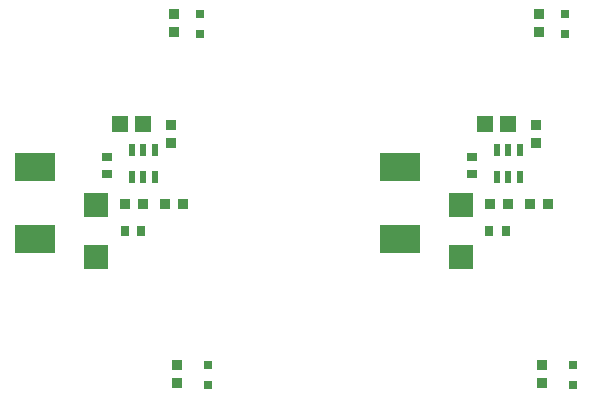
<source format=gbr>
%TF.GenerationSoftware,KiCad,Pcbnew,9.0.0*%
%TF.CreationDate,2025-03-11T18:23:02+02:00*%
%TF.ProjectId,LGS5145 Voltage Regulator,4c475335-3134-4352-9056-6f6c74616765,rev?*%
%TF.SameCoordinates,Original*%
%TF.FileFunction,Paste,Top*%
%TF.FilePolarity,Positive*%
%FSLAX46Y46*%
G04 Gerber Fmt 4.6, Leading zero omitted, Abs format (unit mm)*
G04 Created by KiCad (PCBNEW 9.0.0) date 2025-03-11 18:23:02*
%MOMM*%
%LPD*%
G01*
G04 APERTURE LIST*
%ADD10R,1.410000X1.350000*%
%ADD11R,0.810000X0.860000*%
%ADD12R,0.860000X0.810000*%
%ADD13R,0.530000X0.990000*%
%ADD14R,2.000000X2.000000*%
%ADD15R,0.800000X0.900000*%
%ADD16R,3.500000X2.350000*%
%ADD17R,0.800000X0.800000*%
%ADD18R,0.900000X0.800000*%
G04 APERTURE END LIST*
D10*
%TO.C,C1*%
X245450000Y-63400000D03*
X247450000Y-63400000D03*
%TD*%
D11*
%TO.C,R2*%
X250800000Y-70225000D03*
X249300000Y-70225000D03*
%TD*%
D12*
%TO.C,R3*%
X249750000Y-63500000D03*
X249750000Y-65000000D03*
%TD*%
%TO.C,R5*%
X250300000Y-85350000D03*
X250300000Y-83850000D03*
%TD*%
D13*
%TO.C,U1*%
X246500000Y-67925000D03*
X247450000Y-67925000D03*
X248400000Y-67925000D03*
X248400000Y-65625000D03*
X247450000Y-65625000D03*
X246500000Y-65625000D03*
%TD*%
D11*
%TO.C,R1*%
X247400000Y-70225000D03*
X245900000Y-70225000D03*
%TD*%
D14*
%TO.C,D1*%
X243400000Y-70250000D03*
X243400000Y-74650000D03*
%TD*%
D15*
%TO.C,C2*%
X247250000Y-72450000D03*
X245850000Y-72450000D03*
%TD*%
D16*
%TO.C,L1*%
X238250000Y-73130000D03*
X238250000Y-67070000D03*
%TD*%
D17*
%TO.C,LED2*%
X252900000Y-85500000D03*
X252900000Y-83800000D03*
%TD*%
%TO.C,LED1*%
X252250000Y-54100000D03*
X252250000Y-55800000D03*
%TD*%
D12*
%TO.C,R4*%
X250000000Y-54100000D03*
X250000000Y-55600000D03*
%TD*%
D18*
%TO.C,C3*%
X244400000Y-67625000D03*
X244400000Y-66225000D03*
%TD*%
%TO.C,C3*%
X213500000Y-67625000D03*
X213500000Y-66225000D03*
%TD*%
D12*
%TO.C,R3*%
X218850000Y-63500000D03*
X218850000Y-65000000D03*
%TD*%
D11*
%TO.C,R2*%
X219900000Y-70225000D03*
X218400000Y-70225000D03*
%TD*%
D10*
%TO.C,C1*%
X214550000Y-63400000D03*
X216550000Y-63400000D03*
%TD*%
D11*
%TO.C,R1*%
X216500000Y-70225000D03*
X215000000Y-70225000D03*
%TD*%
D12*
%TO.C,R5*%
X219400000Y-85350000D03*
X219400000Y-83850000D03*
%TD*%
D13*
%TO.C,U1*%
X215600000Y-67925000D03*
X216550000Y-67925000D03*
X217500000Y-67925000D03*
X217500000Y-65625000D03*
X216550000Y-65625000D03*
X215600000Y-65625000D03*
%TD*%
D16*
%TO.C,L1*%
X207350000Y-73130000D03*
X207350000Y-67070000D03*
%TD*%
D17*
%TO.C,LED1*%
X221350000Y-54100000D03*
X221350000Y-55800000D03*
%TD*%
%TO.C,LED2*%
X222000000Y-85500000D03*
X222000000Y-83800000D03*
%TD*%
D12*
%TO.C,R4*%
X219100000Y-54100000D03*
X219100000Y-55600000D03*
%TD*%
D15*
%TO.C,C2*%
X216350000Y-72450000D03*
X214950000Y-72450000D03*
%TD*%
D14*
%TO.C,D1*%
X212500000Y-70250000D03*
X212500000Y-74650000D03*
%TD*%
M02*

</source>
